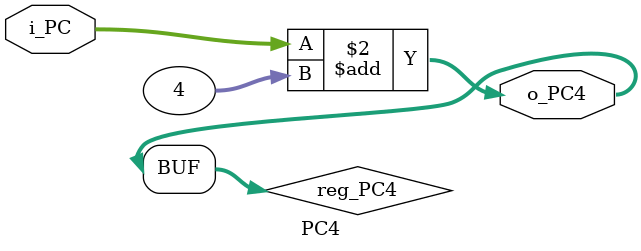
<source format=v>
module PC4
#(
    parameter SIZE_ADDR_PC = 32
)
(
    input wire [(SIZE_ADDR_PC-1):0] i_PC,
    output wire [(SIZE_ADDR_PC)-1:0] o_PC4
);

reg [(SIZE_ADDR_PC-1):0] reg_PC4;

always @(*) begin
    reg_PC4 = i_PC + 4;
end

assign o_PC4 = reg_PC4;

endmodule
</source>
